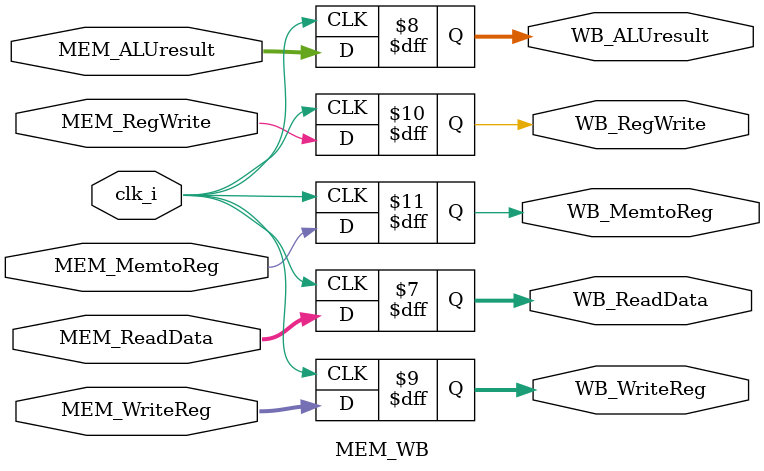
<source format=v>
module MEM_WB( clk_i, MEM_ReadData, WB_ReadData, MEM_ALUresult, WB_ALUresult, MEM_WriteReg, WB_WriteReg, MEM_RegWrite, WB_RegWrite, MEM_MemtoReg, WB_MemtoReg);
    input  clk_i;
    
    input  [32-1:0] MEM_ReadData, MEM_ALUresult;
    output [32-1:0] WB_ReadData, WB_ALUresult;
    input  [5-1:0]  MEM_WriteReg;
    output [5-1:0]  WB_WriteReg;

    input  MEM_RegWrite, MEM_MemtoReg;
    output WB_RegWrite, WB_MemtoReg;

    reg    [32-1:0] WB_ReadData = 32'd0, WB_ALUresult = 32'd0;
    reg    [5-1:0]  WB_WriteReg = 5'd0;
    reg    WB_RegWrite = 1'b0, WB_MemtoReg = 1'b0;

    always @(posedge clk_i) begin
        WB_ReadData <= MEM_ReadData;
        WB_ALUresult <= MEM_ALUresult;
        WB_WriteReg <= MEM_WriteReg;

        WB_RegWrite <= MEM_RegWrite;
        WB_MemtoReg <= MEM_MemtoReg;
    end

endmodule
</source>
